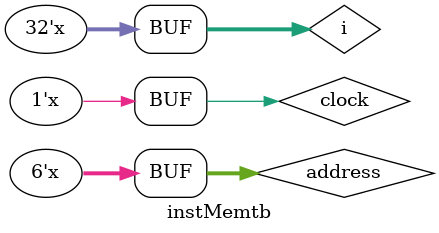
<source format=v>
`include "instructionMemory.v"
module instMemtb;
    
    reg [5:0]address;
    reg   clock;
    wire [31:0]q;

    integer i;
    instructionMemory IM (address,clock,q);
    initial begin
        clock=0;
        i=0;
        address=i;
    end
    always #5 clock=~clock;
    always #10 begin 
        i=i+1;
        address=i;
    end
endmodule

</source>
